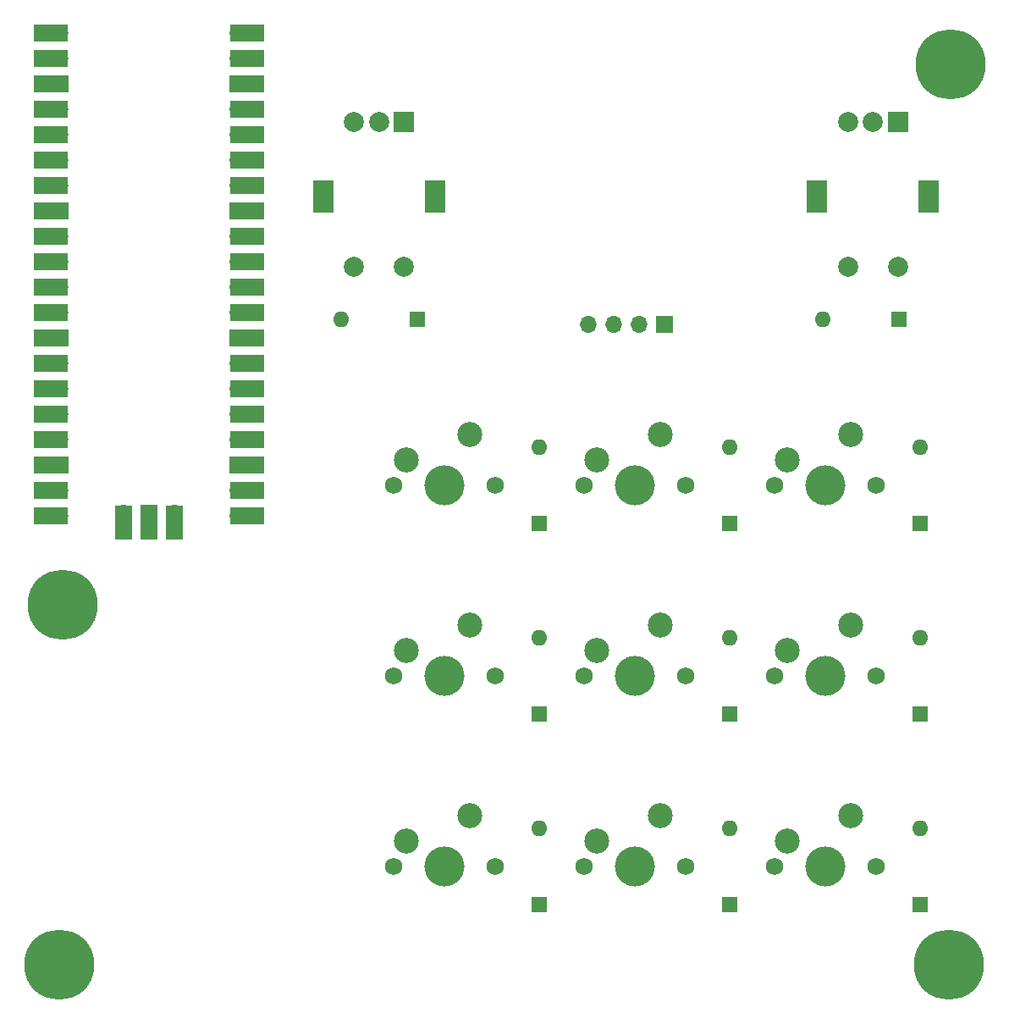
<source format=gbr>
%TF.GenerationSoftware,KiCad,Pcbnew,8.0.6*%
%TF.CreationDate,2025-04-30T12:18:25-07:00*%
%TF.ProjectId,Media_Macro_Controller,4d656469-615f-44d6-9163-726f5f436f6e,rev?*%
%TF.SameCoordinates,Original*%
%TF.FileFunction,Soldermask,Top*%
%TF.FilePolarity,Negative*%
%FSLAX46Y46*%
G04 Gerber Fmt 4.6, Leading zero omitted, Abs format (unit mm)*
G04 Created by KiCad (PCBNEW 8.0.6) date 2025-04-30 12:18:25*
%MOMM*%
%LPD*%
G01*
G04 APERTURE LIST*
%ADD10O,1.700000X1.700000*%
%ADD11R,3.500000X1.700000*%
%ADD12R,1.700000X1.700000*%
%ADD13R,1.700000X3.500000*%
%ADD14C,1.750000*%
%ADD15C,4.000000*%
%ADD16C,2.500000*%
%ADD17C,0.800000*%
%ADD18C,7.000000*%
%ADD19R,2.000000X2.000000*%
%ADD20C,2.000000*%
%ADD21R,2.000000X3.200000*%
%ADD22R,1.600000X1.600000*%
%ADD23O,1.600000X1.600000*%
G04 APERTURE END LIST*
D10*
%TO.C,U2*%
X141595000Y-24035000D03*
D11*
X140695000Y-24035000D03*
D10*
X141595000Y-26575000D03*
D11*
X140695000Y-26575000D03*
D12*
X141595000Y-29115000D03*
D11*
X140695000Y-29115000D03*
D10*
X141595000Y-31655000D03*
D11*
X140695000Y-31655000D03*
D10*
X141595000Y-34195000D03*
D11*
X140695000Y-34195000D03*
D10*
X141595000Y-36735000D03*
D11*
X140695000Y-36735000D03*
D10*
X141595000Y-39275000D03*
D11*
X140695000Y-39275000D03*
D12*
X141595000Y-41815000D03*
D11*
X140695000Y-41815000D03*
D10*
X141595000Y-44355000D03*
D11*
X140695000Y-44355000D03*
D10*
X141595000Y-46895000D03*
D11*
X140695000Y-46895000D03*
D10*
X141595000Y-49435000D03*
D11*
X140695000Y-49435000D03*
D10*
X141595000Y-51975000D03*
D11*
X140695000Y-51975000D03*
D12*
X141595000Y-54515000D03*
D11*
X140695000Y-54515000D03*
D10*
X141595000Y-57055000D03*
D11*
X140695000Y-57055000D03*
D10*
X141595000Y-59595000D03*
D11*
X140695000Y-59595000D03*
D10*
X141595000Y-62135000D03*
D11*
X140695000Y-62135000D03*
D10*
X141595000Y-64675000D03*
D11*
X140695000Y-64675000D03*
D12*
X141595000Y-67215000D03*
D11*
X140695000Y-67215000D03*
D10*
X141595000Y-69755000D03*
D11*
X140695000Y-69755000D03*
D10*
X141595000Y-72295000D03*
D11*
X140695000Y-72295000D03*
D10*
X159375000Y-72295000D03*
D11*
X160275000Y-72295000D03*
D10*
X159375000Y-69755000D03*
D11*
X160275000Y-69755000D03*
D12*
X159375000Y-67215000D03*
D11*
X160275000Y-67215000D03*
D10*
X159375000Y-64675000D03*
D11*
X160275000Y-64675000D03*
D10*
X159375000Y-62135000D03*
D11*
X160275000Y-62135000D03*
D10*
X159375000Y-59595000D03*
D11*
X160275000Y-59595000D03*
D10*
X159375000Y-57055000D03*
D11*
X160275000Y-57055000D03*
D12*
X159375000Y-54515000D03*
D11*
X160275000Y-54515000D03*
D10*
X159375000Y-51975000D03*
D11*
X160275000Y-51975000D03*
D10*
X159375000Y-49435000D03*
D11*
X160275000Y-49435000D03*
D10*
X159375000Y-46895000D03*
D11*
X160275000Y-46895000D03*
D10*
X159375000Y-44355000D03*
D11*
X160275000Y-44355000D03*
D12*
X159375000Y-41815000D03*
D11*
X160275000Y-41815000D03*
D10*
X159375000Y-39275000D03*
D11*
X160275000Y-39275000D03*
D10*
X159375000Y-36735000D03*
D11*
X160275000Y-36735000D03*
D10*
X159375000Y-34195000D03*
D11*
X160275000Y-34195000D03*
D10*
X159375000Y-31655000D03*
D11*
X160275000Y-31655000D03*
D12*
X159375000Y-29115000D03*
D11*
X160275000Y-29115000D03*
D10*
X159375000Y-26575000D03*
D11*
X160275000Y-26575000D03*
D10*
X159375000Y-24035000D03*
D11*
X160275000Y-24035000D03*
D10*
X147945000Y-72065000D03*
D13*
X147945000Y-72965000D03*
D12*
X150485000Y-72065000D03*
D13*
X150485000Y-72965000D03*
D10*
X153025000Y-72065000D03*
D13*
X153025000Y-72965000D03*
%TD*%
D14*
%TO.C,S3*%
X213042500Y-69215000D03*
D15*
X218122500Y-69215000D03*
D14*
X223202500Y-69215000D03*
D16*
X214312500Y-66675000D03*
X220662500Y-64135000D03*
%TD*%
D17*
%TO.C,H3*%
X228003845Y-27165000D03*
X228772690Y-25308845D03*
X228772690Y-29021155D03*
X230628845Y-24540000D03*
D18*
X230628845Y-27165000D03*
D17*
X230628845Y-29790000D03*
X232485000Y-25308845D03*
X232485000Y-29021155D03*
X233253845Y-27165000D03*
%TD*%
D14*
%TO.C,S7*%
X174942500Y-107315000D03*
D15*
X180022500Y-107315000D03*
D14*
X185102500Y-107315000D03*
D16*
X176212500Y-104775000D03*
X182562500Y-102235000D03*
%TD*%
D14*
%TO.C,S5*%
X193992500Y-88265000D03*
D15*
X199072500Y-88265000D03*
D14*
X204152500Y-88265000D03*
D16*
X195262500Y-85725000D03*
X201612500Y-83185000D03*
%TD*%
D17*
%TO.C,H2*%
X138860000Y-117165000D03*
X139628845Y-115308845D03*
X139628845Y-119021155D03*
X141485000Y-114540000D03*
D18*
X141485000Y-117165000D03*
D17*
X141485000Y-119790000D03*
X143341155Y-115308845D03*
X143341155Y-119021155D03*
X144110000Y-117165000D03*
%TD*%
D14*
%TO.C,S8*%
X193992500Y-107315000D03*
D15*
X199072500Y-107315000D03*
D14*
X204152500Y-107315000D03*
D16*
X195262500Y-104775000D03*
X201612500Y-102235000D03*
%TD*%
D14*
%TO.C,S4*%
X174942500Y-88265000D03*
D15*
X180022500Y-88265000D03*
D14*
X185102500Y-88265000D03*
D16*
X176212500Y-85725000D03*
X182562500Y-83185000D03*
%TD*%
D19*
%TO.C,SW1*%
X175985000Y-32915000D03*
D20*
X170985000Y-32915000D03*
X173485000Y-32915000D03*
D21*
X179085000Y-40415000D03*
X167885000Y-40415000D03*
D20*
X170985000Y-47415000D03*
X175985000Y-47415000D03*
%TD*%
D14*
%TO.C,S6*%
X213042500Y-88265000D03*
D15*
X218122500Y-88265000D03*
D14*
X223202500Y-88265000D03*
D16*
X214312500Y-85725000D03*
X220662500Y-83185000D03*
%TD*%
D22*
%TO.C,D10*%
X225485000Y-52665000D03*
D23*
X217865000Y-52665000D03*
%TD*%
D12*
%TO.C,J1*%
X202025000Y-53165000D03*
D10*
X199485000Y-53165000D03*
X196945000Y-53165000D03*
X194405000Y-53165000D03*
%TD*%
D17*
%TO.C,H4*%
X227860000Y-117165000D03*
X228628845Y-115308845D03*
X228628845Y-119021155D03*
X230485000Y-114540000D03*
D18*
X230485000Y-117165000D03*
D17*
X230485000Y-119790000D03*
X232341155Y-115308845D03*
X232341155Y-119021155D03*
X233110000Y-117165000D03*
%TD*%
D14*
%TO.C,S1*%
X174942500Y-69215000D03*
D15*
X180022500Y-69215000D03*
D14*
X185102500Y-69215000D03*
D16*
X176212500Y-66675000D03*
X182562500Y-64135000D03*
%TD*%
D14*
%TO.C,S2*%
X193992500Y-69215000D03*
D15*
X199072500Y-69215000D03*
D14*
X204152500Y-69215000D03*
D16*
X195262500Y-66675000D03*
X201612500Y-64135000D03*
%TD*%
D14*
%TO.C,S9*%
X213042500Y-107315000D03*
D15*
X218122500Y-107315000D03*
D14*
X223202500Y-107315000D03*
D16*
X214312500Y-104775000D03*
X220662500Y-102235000D03*
%TD*%
D22*
%TO.C,D11*%
X177295000Y-52665000D03*
D23*
X169675000Y-52665000D03*
%TD*%
D19*
%TO.C,SW2*%
X225385000Y-32915000D03*
D20*
X220385000Y-32915000D03*
X222885000Y-32915000D03*
D21*
X228485000Y-40415000D03*
X217285000Y-40415000D03*
D20*
X220385000Y-47415000D03*
X225385000Y-47415000D03*
%TD*%
D17*
%TO.C,H1*%
X139235000Y-81165000D03*
X140003845Y-79308845D03*
X140003845Y-83021155D03*
X141860000Y-78540000D03*
D18*
X141860000Y-81165000D03*
D17*
X141860000Y-83790000D03*
X143716155Y-79308845D03*
X143716155Y-83021155D03*
X144485000Y-81165000D03*
%TD*%
D22*
%TO.C,D1*%
X208597500Y-73025000D03*
D23*
X208597500Y-65405000D03*
%TD*%
D22*
%TO.C,D4*%
X189547500Y-92075000D03*
D23*
X189547500Y-84455000D03*
%TD*%
D22*
%TO.C,D7*%
X189547500Y-111125000D03*
D23*
X189547500Y-103505000D03*
%TD*%
D22*
%TO.C,D8*%
X208597500Y-111125000D03*
D23*
X208597500Y-103505000D03*
%TD*%
D22*
%TO.C,D5*%
X208597500Y-92075000D03*
D23*
X208597500Y-84455000D03*
%TD*%
D22*
%TO.C,D2*%
X189547500Y-73025000D03*
D23*
X189547500Y-65405000D03*
%TD*%
D22*
%TO.C,D9*%
X227647500Y-111125000D03*
D23*
X227647500Y-103505000D03*
%TD*%
D22*
%TO.C,D6*%
X227647500Y-92075000D03*
D23*
X227647500Y-84455000D03*
%TD*%
D22*
%TO.C,D3*%
X227647500Y-73025000D03*
D23*
X227647500Y-65405000D03*
%TD*%
M02*

</source>
